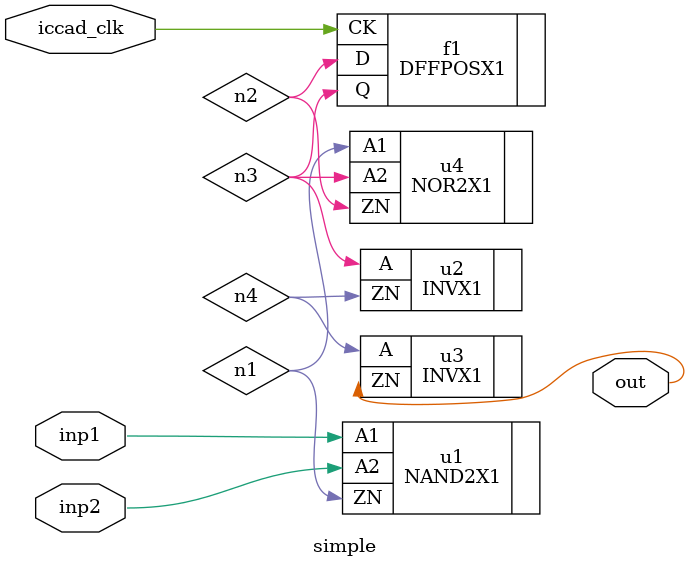
<source format=v>
module simple (
inp1,
inp2,
iccad_clk,
out
);

// Start PIs
input inp1;
input inp2;
input iccad_clk;

// Start POs
output out;

// Start wires
wire n1;
wire n2;
wire n3;
wire n4;
wire inp1;
wire inp2;
wire iccad_clk;
wire out;

// Start cells
NAND2X1 u1 ( .A1(inp1), .A2(inp2), .ZN(n1) );
DFFPOSX1 f1 ( .D(n2), .CK(iccad_clk), .Q(n3) );
INVX1 u2 ( .A(n3), .ZN(n4) );
INVX1 u3 ( .A(n4), .ZN(out) );
NOR2X1 u4 ( .A1(n1), .A2(n3), .ZN(n2) );

endmodule
</source>
